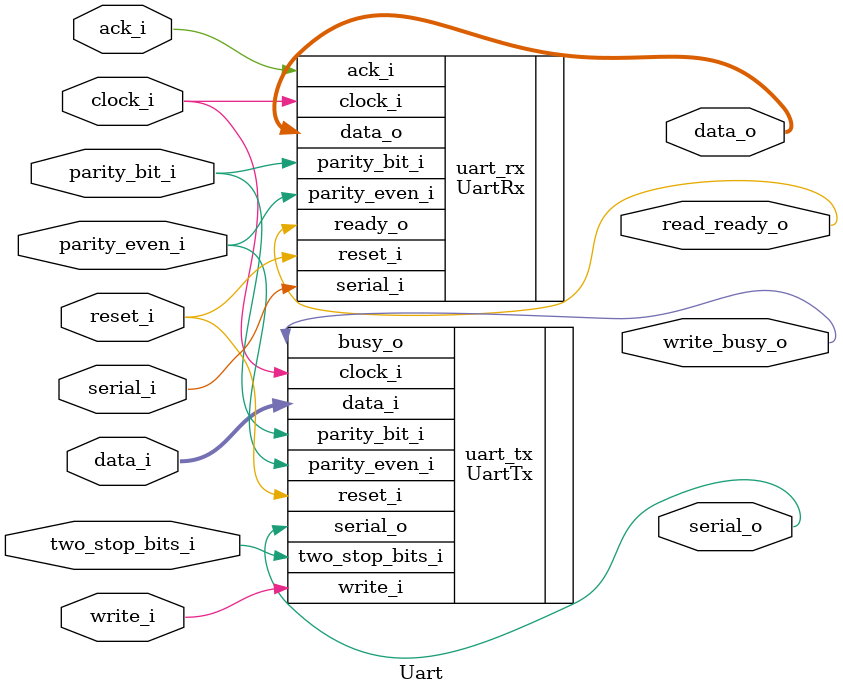
<source format=v>

module Uart #(
  // Tune the clock divider bit width to your design to avoid wasting gates.
  // 
  // Example:
  // Assuming a 10MHz clock and a desired baud rate of 115200, the divider
  // value is 87. 87 fits into 7 bits, and therefore `CLOCK_DIVIDER_WIDTH`
  // in this instance can be set to 7.
  parameter CLOCK_DIVIDER_WIDTH = 16,
  parameter clock_divider_i = 435
) (
  // Module reset.
  input reset_i,

  // Clock input.
  input clock_i,

  // Divides the `clock_i` signal to achieve the desired baud rate. This value
  // must be a minimum of 2 for the receiver to operate.
  //input [CLOCK_DIVIDER_WIDTH - 1:0] clock_divider_i,

  // UART serial input (receive).
  input serial_i,

  // UART serial output (transmit).
  output serial_o,

  // Data bus input (to transmitter).
  input [7:0] data_i,

  // Data bus output (from receiver).
  output [7:0] data_o,

  // Write a byte to transmit. Must go low after each write.
  input write_i,

  // Transmitter is busy and will not accept another write.
  output write_busy_o,

  // Receiver has received a packet and will not overwrite `data_o` until the
  // data is acknowledged with `ack_i`.
  output read_ready_o,

  // Acknowledge byte received.
  input ack_i,

  // Transmit two stop bits if high, one stop bit if low.
  input two_stop_bits_i,

  // Use the parity bit if high, no parity if low.
  input parity_bit_i,

  // Use even parity if high, odd parity if low.
  input parity_even_i
);

UartTx #(
  .CLOCK_DIVIDER_WIDTH(CLOCK_DIVIDER_WIDTH)
)
uart_tx (
  .reset_i(reset_i),
  .clock_i(clock_i),
  .write_i(write_i),
  .two_stop_bits_i(two_stop_bits_i),
  .parity_bit_i(parity_bit_i),
  .parity_even_i(parity_even_i),
  .data_i(data_i),
  .busy_o(write_busy_o),
  .serial_o(serial_o)
);

UartRx #(
  .CLOCK_DIVIDER_WIDTH(CLOCK_DIVIDER_WIDTH)
)
uart_rx (
  .reset_i(reset_i),
  .clock_i(clock_i),
  .ack_i(ack_i),
  .parity_bit_i(parity_bit_i),
  .parity_even_i(parity_even_i),
  .serial_i(serial_i),
  .data_o(data_o),
  .ready_o(read_ready_o)
);

endmodule

</source>
